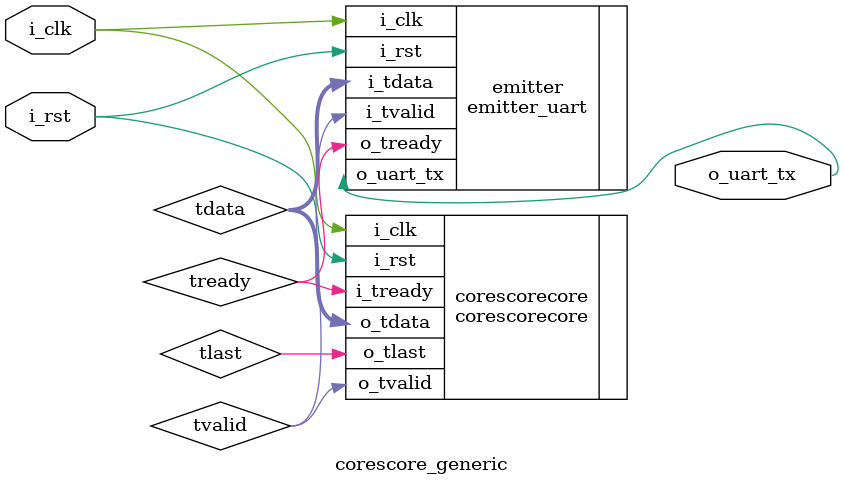
<source format=v>
`default_nettype none
module corescore_generic
(
 input wire  i_clk,
 input wire  i_rst,
 output wire o_uart_tx);

   parameter memfile_emitter = "emitter.hex";

   wire [7:0]  tdata;
   wire        tlast;
   wire        tvalid;
   wire        tready;

   corescorecore corescorecore
     (.i_clk     (i_clk),
      .i_rst     (i_rst),
      .o_tdata   (tdata),
      .o_tlast   (tlast),
      .o_tvalid  (tvalid),
      .i_tready  (tready));

   emitter_uart emitter
     (.i_clk     (i_clk),
      .i_rst     (i_rst),
      .i_tdata   (tdata),
      //.i_tlast   (tlast),
      .i_tvalid  (tvalid),
      .o_tready  (tready),
      .o_uart_tx (o_uart_tx));

endmodule

</source>
